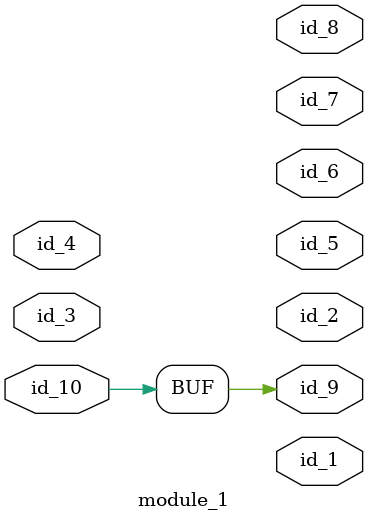
<source format=v>
module module_0;
  reg id_1;
  always begin : LABEL_0
    id_1 = 1;
    id_1 <= id_1;
  end
endmodule
module module_1 (
    id_1,
    id_2,
    id_3,
    id_4,
    id_5,
    id_6,
    id_7,
    id_8,
    id_9,
    id_10
);
  input wire id_10;
  output wire id_9;
  output wire id_8;
  module_0 modCall_1 ();
  output wire id_7;
  output wire id_6;
  output wire id_5;
  input wire id_4;
  input wire id_3;
  output wire id_2;
  output wire id_1;
  assign id_9 = id_10;
endmodule

</source>
